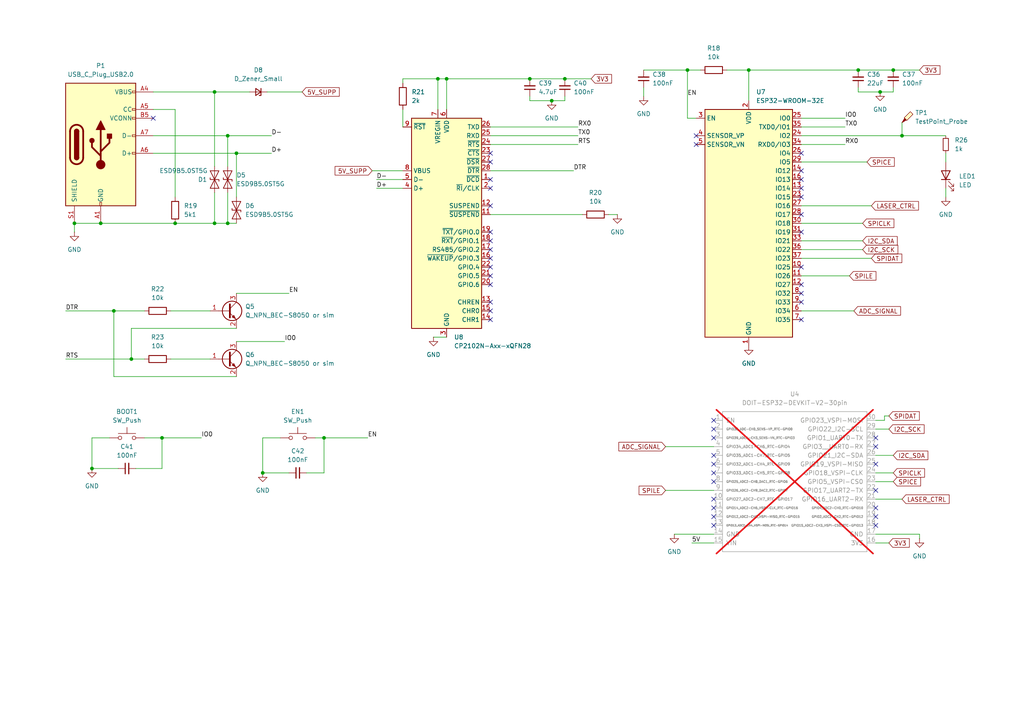
<source format=kicad_sch>
(kicad_sch (version 20250114) (generator "eeschema") (generator_version "9.0")
  (paper "A4")
  (title_block (title "ESP32 Microcontroller controller") (rev "0.2"))
  (lib_symbols
    (symbol "Connector:TestPoint_Probe" (pin_numbers (hide yes)) (pin_names (offset 0.762) (hide yes))
      (property "Reference" "TP" (at 1.651 5.842 0))
      (property "Value" "TestPoint_Probe" (at 1.651 4.064 0))
      (symbol "TestPoint_Probe_0_1"
        (polyline (pts (xy 1.27 0.762) (xy 0 0) (xy 0.762 1.27) (xy 1.27 0.762)) (fill (type outline)))
        (polyline (pts (xy 1.397 0.635) (xy 0.635 1.397) (xy 2.413 3.175) (xy 3.175 2.413) (xy 1.397 0.635)) (fill (type background)))
      )
      (symbol "TestPoint_Probe_1_1"
        (pin passive line (at 0 0 90) (length 0) (name "1") (number "1"))
      )
    )
    (symbol "Connector:USB_C_Plug_USB2.0" (pin_names (offset 1.016))
      (property "Reference" "P" (at -10.16 19.05 0))
      (property "Value" "USB_C_Plug_USB2.0" (at 12.7 19.05 0))
      (symbol "USB_C_Plug_USB2.0_0_0"
        (rectangle (start -0.254 -17.78) (end 0.254 -16.764))
        (rectangle (start 10.16 15.494) (end 9.144 14.986))
        (rectangle (start 10.16 10.414) (end 9.144 9.906))
        (rectangle (start 10.16 7.874) (end 9.144 7.366))
        (rectangle (start 10.16 2.794) (end 9.144 2.286))
        (rectangle (start 10.16 -2.286) (end 9.144 -2.794))
      )
      (symbol "USB_C_Plug_USB2.0_0_1"
        (rectangle (start -10.16 17.78) (end 10.16 -17.78) (stroke (width 0.254)) (fill (type background)))
        (polyline (pts (xy -8.89 -3.81) (xy -8.89 3.81)) (stroke (width 0.508)))
        (rectangle (start -7.62 -3.81) (end -6.35 3.81) (stroke (width 0.254)) (fill (type outline)))
        (arc (start -7.62 3.81) (mid -6.985 4.4423) (end -6.35 3.81) (stroke (width 0.254)))
        (arc (start -7.62 3.81) (mid -6.985 4.4423) (end -6.35 3.81) (stroke (width 0.254)) (fill (type outline)))
        (arc (start -8.89 3.81) (mid -6.985 5.7067) (end -5.08 3.81) (stroke (width 0.508)))
        (arc (start -5.08 -3.81) (mid -6.985 -5.7067) (end -8.89 -3.81) (stroke (width 0.508)))
        (arc (start -6.35 -3.81) (mid -6.985 -4.4423) (end -7.62 -3.81) (stroke (width 0.254)))
        (arc (start -6.35 -3.81) (mid -6.985 -4.4423) (end -7.62 -3.81) (stroke (width 0.254)) (fill (type outline)))
        (polyline (pts (xy -5.08 3.81) (xy -5.08 -3.81)) (stroke (width 0.508)))
        (circle (center -2.54 1.143) (radius 0.635) (stroke (width 0.254)) (fill (type outline)))
        (polyline (pts (xy -1.27 4.318) (xy 0 6.858) (xy 1.27 4.318) (xy -1.27 4.318)) (stroke (width 0.254)) (fill (type outline)))
        (polyline (pts (xy 0 -2.032) (xy 2.54 0.508) (xy 2.54 1.778)) (stroke (width 0.508)))
        (polyline (pts (xy 0 -3.302) (xy -2.54 -0.762) (xy -2.54 0.508)) (stroke (width 0.508)))
        (polyline (pts (xy 0 -5.842) (xy 0 4.318)) (stroke (width 0.508)))
        (circle (center 0 -5.842) (radius 1.27) (fill (type outline)))
        (rectangle (start 1.905 1.778) (end 3.175 3.048) (stroke (width 0.254)) (fill (type outline)))
      )
      (symbol "USB_C_Plug_USB2.0_1_1"
        (pin passive line (at -7.62 -22.86 90) (length 5.08) (name "SHIELD") (number "S1"))
        (pin passive line (at 0 -22.86 90) (length 5.08) (name "GND") (number "A1"))
        (pin passive line (at 0 -22.86 90) (length 5.08) (hide yes) (name "GND") (number "A12"))
        (pin passive line (at 0 -22.86 90) (length 5.08) (hide yes) (name "GND") (number "B1"))
        (pin passive line (at 0 -22.86 90) (length 5.08) (hide yes) (name "GND") (number "B12"))
        (pin passive line (at 15.24 15.24 180) (length 5.08) (name "VBUS") (number "A4"))
        (pin passive line (at 15.24 15.24 180) (length 5.08) (hide yes) (name "VBUS") (number "A9"))
        (pin passive line (at 15.24 15.24 180) (length 5.08) (hide yes) (name "VBUS") (number "B4"))
        (pin passive line (at 15.24 15.24 180) (length 5.08) (hide yes) (name "VBUS") (number "B9"))
        (pin bidirectional line (at 15.24 10.16 180) (length 5.08) (name "CC") (number "A5"))
        (pin bidirectional line (at 15.24 7.62 180) (length 5.08) (name "VCONN") (number "B5"))
        (pin bidirectional line (at 15.24 2.54 180) (length 5.08) (name "D-") (number "A7"))
        (pin bidirectional line (at 15.24 -2.54 180) (length 5.08) (name "D+") (number "A6"))
      )
    )
    (symbol "Device:C_Small" (pin_numbers (hide yes)) (pin_names (offset 0.254) (hide yes))
      (property "Reference" "C" (at 0.254 1.778 0))
      (property "Value" "C_Small" (at 0.254 -2.032 0))
      (symbol "C_Small_0_1"
        (polyline (pts (xy -1.524 0.508) (xy 1.524 0.508)) (stroke (width 0.3048)))
        (polyline (pts (xy -1.524 -0.508) (xy 1.524 -0.508)) (stroke (width 0.3302)))
      )
      (symbol "C_Small_1_1"
        (pin passive line (at 0 2.54 270) (length 2.032) (name "~") (number "1"))
        (pin passive line (at 0 -2.54 90) (length 2.032) (name "~") (number "2"))
      )
    )
    (symbol "Device:D_Zener_Small" (pin_numbers (hide yes)) (pin_names (offset 0.254) (hide yes))
      (property "Reference" "D" (at 0 2.286 0))
      (property "Value" "D_Zener_Small" (at 0 -2.286 0))
      (symbol "D_Zener_Small_0_1"
        (polyline (pts (xy -0.254 1.016) (xy -0.762 1.016) (xy -0.762 -1.016)) (stroke (width 0.254)))
        (polyline (pts (xy 0.762 1.016) (xy -0.762 0) (xy 0.762 -1.016) (xy 0.762 1.016)) (stroke (width 0.254)))
        (polyline (pts (xy 0.762 0) (xy -0.762 0)))
      )
      (symbol "D_Zener_Small_1_1"
        (pin passive line (at -2.54 0 0) (length 1.778) (name "K") (number "1"))
        (pin passive line (at 2.54 0 180) (length 1.778) (name "A") (number "2"))
      )
    )
    (symbol "Device:LED" (pin_numbers (hide yes)) (pin_names (offset 1.016) (hide yes))
      (property "Reference" "D" (at 0 2.54 0))
      (property "Value" "LED" (at 0 -2.54 0))
      (symbol "LED_0_1"
        (polyline (pts (xy -3.048 -0.762) (xy -4.572 -2.286) (xy -3.81 -2.286) (xy -4.572 -2.286) (xy -4.572 -1.524)))
        (polyline (pts (xy -1.778 -0.762) (xy -3.302 -2.286) (xy -2.54 -2.286) (xy -3.302 -2.286) (xy -3.302 -1.524)))
        (polyline (pts (xy -1.27 0) (xy 1.27 0)))
        (polyline (pts (xy -1.27 -1.27) (xy -1.27 1.27)) (stroke (width 0.254)))
        (polyline (pts (xy 1.27 -1.27) (xy 1.27 1.27) (xy -1.27 0) (xy 1.27 -1.27)) (stroke (width 0.254)))
      )
      (symbol "LED_1_1"
        (pin passive line (at -3.81 0 0) (length 2.54) (name "K") (number "1"))
        (pin passive line (at 3.81 0 180) (length 2.54) (name "A") (number "2"))
      )
    )
    (symbol "Device:R" (pin_numbers (hide yes)) (pin_names (offset 0))
      (property "Reference" "R" (at 2.032 0 90))
      (property "Value" "R" (at 0 0 90))
      (symbol "R_0_1"
        (rectangle (start -1.016 -2.54) (end 1.016 2.54) (stroke (width 0.254)))
      )
      (symbol "R_1_1"
        (pin passive line (at 0 3.81 270) (length 1.27) (name "~") (number "1"))
        (pin passive line (at 0 -3.81 90) (length 1.27) (name "~") (number "2"))
      )
    )
    (symbol "Device:R_Small" (pin_numbers (hide yes)) (pin_names (offset 0.254) (hide yes))
      (property "Reference" "R" (at 0.762 0.508 0))
      (property "Value" "R_Small" (at 0.762 -1.016 0))
      (symbol "R_Small_0_1"
        (rectangle (start -0.762 1.778) (end 0.762 -1.778) (stroke (width 0.2032)))
      )
      (symbol "R_Small_1_1"
        (pin passive line (at 0 2.54 270) (length 0.762) (name "~") (number "1"))
        (pin passive line (at 0 -2.54 90) (length 0.762) (name "~") (number "2"))
      )
    )
    (symbol "Diode:ESD9B5.0ST5G" (pin_numbers (hide yes)) (pin_names (offset 1.016) (hide yes))
      (property "Reference" "D" (at 0 2.54 0))
      (property "Value" "ESD9B5.0ST5G" (at 0 -2.54 0))
      (symbol "ESD9B5.0ST5G_0_1"
        (polyline (pts (xy -2.54 -1.27) (xy 0 0) (xy -2.54 1.27) (xy -2.54 -1.27)) (stroke (width 0.2032)))
        (polyline (pts (xy 0.508 1.27) (xy 0 1.27) (xy 0 -1.27) (xy -0.508 -1.27)) (stroke (width 0.2032)))
        (polyline (pts (xy 1.27 0) (xy -1.27 0)))
        (polyline (pts (xy 2.54 1.27) (xy 2.54 -1.27) (xy 0 0) (xy 2.54 1.27)) (stroke (width 0.2032)))
      )
      (symbol "ESD9B5.0ST5G_1_1"
        (pin passive line (at -3.81 0 0) (length 2.54) (name "A1") (number "1"))
        (pin passive line (at 3.81 0 180) (length 2.54) (name "A2") (number "2"))
      )
    )
    (symbol "ESP32-devkit:DOIT-ESP32-DEVKIT-V2-30pin" (pin_names (offset 1.016))
      (property "Reference" "U" (at -1.27 11.43 0))
      (property "Value" "DOIT-ESP32-DEVKIT-V2-30pin" (at 0 13.97 0))
      (symbol "DOIT-ESP32-DEVKIT-V2-30pin_0_1"
        (rectangle (start -21.59 10.16) (end 20.32 -30.48))
      )
      (symbol "DOIT-ESP32-DEVKIT-V2-30pin_1_1"
        (pin output line (at -24.13 7.62 0) (length 2.54) (name "EN") (number "1"))
        (pin bidirectional line (at -24.13 5.08 0) (length 2.54) (name "GPIO36_ADC-CH0_SENS-VP_RTC-GPIO0") (number "2"))
        (pin bidirectional line (at -24.13 2.54 0) (length 2.54) (name "GPIO39_ADC1-CH3_SENS-VN_RTC-GPIO3") (number "3"))
        (pin bidirectional line (at -24.13 0 0) (length 2.54) (name "GPIO34_ADC1-CH6_RTC-GPIO4") (number "4"))
        (pin bidirectional line (at -24.13 -2.54 0) (length 2.54) (name "GPIO35_ADC1-CH7_RTC-GPIO5") (number "5"))
        (pin bidirectional line (at -24.13 -5.08 0) (length 2.54) (name "GPIO32_ADC1-CH4_RTC-GPIO9") (number "6"))
        (pin bidirectional line (at -24.13 -7.62 0) (length 2.54) (name "GPIO33_ADC1-CH5_RTC-GPIO8") (number "7"))
        (pin bidirectional line (at -24.13 -10.16 0) (length 2.54) (name "GPIO25_ADC2-CH8_DAC1_RTC-GPIO6") (number "8"))
        (pin bidirectional line (at -24.13 -12.7 0) (length 2.54) (name "GPIO26_ADC2-CH9_DAC2_RTC-GPIO7") (number "9"))
        (pin bidirectional line (at -24.13 -15.24 0) (length 2.54) (name "GPIO27_ADC2-CH7_RTC-GPIO17") (number "10"))
        (pin bidirectional line (at -24.13 -17.78 0) (length 2.54) (name "GPIO14_ADC2-CH6_HSPI-CLK_RTC-GPIO16") (number "11"))
        (pin bidirectional line (at -24.13 -20.32 0) (length 2.54) (name "GPIO12_ADC2-CH5_HSPI-MISO_RTC-GPIO15") (number "12"))
        (pin bidirectional line (at -24.13 -22.86 0) (length 2.54) (name "GPIO13_ADC2-CH4_HSPI-MOSI_RTC-GPIO14") (number "13"))
        (pin bidirectional line (at -24.13 -25.4 0) (length 2.54) (name "GND") (number "14"))
        (pin bidirectional line (at -24.13 -27.94 0) (length 2.54) (name "VIN") (number "15"))
        (pin bidirectional line (at 22.86 7.62 180) (length 2.54) (name "GPIO23_VSPI-MOSI") (number "30"))
        (pin bidirectional line (at 22.86 5.08 180) (length 2.54) (name "GPIO22_I2C-SCL") (number "29"))
        (pin bidirectional line (at 22.86 2.54 180) (length 2.54) (name "GPIO1_UART0-TX") (number "28"))
        (pin bidirectional line (at 22.86 0 180) (length 2.54) (name "GPIO3__UART0-RX") (number "27"))
        (pin bidirectional line (at 22.86 -2.54 180) (length 2.54) (name "GPIO21_I2C-SDA") (number "26"))
        (pin bidirectional line (at 22.86 -5.08 180) (length 2.54) (name "GPIO19_VSPI-MISO") (number "25"))
        (pin bidirectional line (at 22.86 -7.62 180) (length 2.54) (name "GPIO18_VSPI-CLK") (number "24"))
        (pin bidirectional line (at 22.86 -10.16 180) (length 2.54) (name "GPIO5_VSPI-CS0") (number "23"))
        (pin bidirectional line (at 22.86 -12.7 180) (length 2.54) (name "GPIO17_UART2-TX") (number "22"))
        (pin bidirectional line (at 22.86 -15.24 180) (length 2.54) (name "GPIO16_UART2-RX") (number "21"))
        (pin bidirectional line (at 22.86 -17.78 180) (length 2.54) (name "GPIO4_ADC2-CH0_RTC-GPIO10") (number "20"))
        (pin bidirectional line (at 22.86 -20.32 180) (length 2.54) (name "GPIO2_ADC2-CH2_RTC-GPIO12") (number "19"))
        (pin bidirectional line (at 22.86 -22.86 180) (length 2.54) (name "GPIO15_ADC2-CH3_HSPI-CS0_RTC-GPIO13") (number "18"))
        (pin bidirectional line (at 22.86 -25.4 180) (length 2.54) (name "GND") (number "17"))
        (pin output line (at 22.86 -27.94 180) (length 2.54) (name "3V3") (number "16"))
      )
    )
    (symbol "Interface_USB:CP2102N-Axx-xQFN28"
      (property "Reference" "U" (at -8.89 31.75 0))
      (property "Value" "CP2102N-Axx-xQFN28" (at 12.7 31.75 0))
      (symbol "CP2102N-Axx-xQFN28_0_1"
        (rectangle (start -10.16 30.48) (end 10.16 -30.48) (stroke (width 0.254)) (fill (type background)))
      )
      (symbol "CP2102N-Axx-xQFN28_1_1"
        (pin input line (at -12.7 27.94 0) (length 2.54) (name "~{RST}") (number "9"))
        (pin input line (at -12.7 15.24 0) (length 2.54) (name "VBUS") (number "8"))
        (pin bidirectional line (at -12.7 12.7 0) (length 2.54) (name "D-") (number "5"))
        (pin bidirectional line (at -12.7 10.16 0) (length 2.54) (name "D+") (number "4"))
        (pin no_connect line (at -10.16 -27.94 0) (length 2.54) (hide yes) (name "NC") (number "10"))
        (pin power_in line (at -2.54 33.02 270) (length 2.54) (name "VREGIN") (number "7"))
        (pin power_in line (at 0 33.02 270) (length 2.54) (name "VDD") (number "6"))
        (pin passive line (at 0 -33.02 90) (length 2.54) (hide yes) (name "GND") (number "29"))
        (pin power_in line (at 0 -33.02 90) (length 2.54) (name "GND") (number "3"))
        (pin output line (at 12.7 27.94 180) (length 2.54) (name "TXD") (number "26"))
        (pin input line (at 12.7 25.4 180) (length 2.54) (name "RXD") (number "25"))
        (pin output line (at 12.7 22.86 180) (length 2.54) (name "~{RTS}") (number "24"))
        (pin input line (at 12.7 20.32 180) (length 2.54) (name "~{CTS}") (number "23"))
        (pin input line (at 12.7 17.78 180) (length 2.54) (name "~{DSR}") (number "27"))
        (pin output line (at 12.7 15.24 180) (length 2.54) (name "~{DTR}") (number "28"))
        (pin input line (at 12.7 12.7 180) (length 2.54) (name "~{DCD}") (number "1"))
        (pin bidirectional line (at 12.7 10.16 180) (length 2.54) (name "~{RI}/CLK") (number "2"))
        (pin output line (at 12.7 5.08 180) (length 2.54) (name "SUSPEND") (number "12"))
        (pin output line (at 12.7 2.54 180) (length 2.54) (name "~{SUSPEND}") (number "11"))
        (pin bidirectional line (at 12.7 -2.54 180) (length 2.54) (name "~{TXT}/GPIO.0") (number "19"))
        (pin bidirectional line (at 12.7 -5.08 180) (length 2.54) (name "~{RXT}/GPIO.1") (number "18"))
        (pin bidirectional line (at 12.7 -7.62 180) (length 2.54) (name "RS485/GPIO.2") (number "17"))
        (pin bidirectional line (at 12.7 -10.16 180) (length 2.54) (name "~{WAKEUP}/GPIO.3") (number "16"))
        (pin bidirectional line (at 12.7 -12.7 180) (length 2.54) (name "GPIO.4") (number "22"))
        (pin bidirectional line (at 12.7 -15.24 180) (length 2.54) (name "GPIO.5") (number "21"))
        (pin bidirectional line (at 12.7 -17.78 180) (length 2.54) (name "GPIO.6") (number "20"))
        (pin output line (at 12.7 -22.86 180) (length 2.54) (name "CHREN") (number "13"))
        (pin output line (at 12.7 -25.4 180) (length 2.54) (name "CHR0") (number "15"))
        (pin output line (at 12.7 -27.94 180) (length 2.54) (name "CHR1") (number "14"))
      )
    )
    (symbol "RF_Module:ESP32-WROOM-32E"
      (property "Reference" "U" (at -12.7 34.29 0))
      (property "Value" "ESP32-WROOM-32E" (at 1.27 34.29 0))
      (symbol "ESP32-WROOM-32E_0_1"
        (rectangle (start -12.7 33.02) (end 12.7 -33.02) (stroke (width 0.254)) (fill (type background)))
      )
      (symbol "ESP32-WROOM-32E_1_1"
        (pin input line (at -15.24 30.48 0) (length 2.54) (name "EN") (number "3"))
        (pin input line (at -15.24 25.4 0) (length 2.54) (name "SENSOR_VP") (number "4"))
        (pin input line (at -15.24 22.86 0) (length 2.54) (name "SENSOR_VN") (number "5"))
        (pin no_connect line (at -12.7 0 0) (length 2.54) (hide yes) (name "NC") (number "21"))
        (pin no_connect line (at -12.7 -2.54 0) (length 2.54) (hide yes) (name "NC") (number "22"))
        (pin no_connect line (at -12.7 -5.08 0) (length 2.54) (hide yes) (name "NC") (number "17"))
        (pin no_connect line (at -12.7 -7.62 0) (length 2.54) (hide yes) (name "NC") (number "18"))
        (pin no_connect line (at -12.7 -10.16 0) (length 2.54) (hide yes) (name "NC") (number "20"))
        (pin no_connect line (at -12.7 -12.7 0) (length 2.54) (hide yes) (name "NC") (number "19"))
        (pin no_connect line (at -12.7 -27.94 0) (length 2.54) (hide yes) (name "NC") (number "32"))
        (pin power_in line (at 0 35.56 270) (length 2.54) (name "VDD") (number "2"))
        (pin power_in line (at 0 -35.56 90) (length 2.54) (name "GND") (number "1"))
        (pin passive line (at 0 -35.56 90) (length 2.54) (hide yes) (name "GND") (number "15"))
        (pin passive line (at 0 -35.56 90) (length 2.54) (hide yes) (name "GND") (number "38"))
        (pin passive line (at 0 -35.56 90) (length 2.54) (hide yes) (name "GND") (number "39"))
        (pin bidirectional line (at 15.24 30.48 180) (length 2.54) (name "IO0") (number "25"))
        (pin bidirectional line (at 15.24 27.94 180) (length 2.54) (name "TXD0/IO1") (number "35"))
        (pin bidirectional line (at 15.24 25.4 180) (length 2.54) (name "IO2") (number "24"))
        (pin bidirectional line (at 15.24 22.86 180) (length 2.54) (name "RXD0/IO3") (number "34"))
        (pin bidirectional line (at 15.24 20.32 180) (length 2.54) (name "IO4") (number "26"))
        (pin bidirectional line (at 15.24 17.78 180) (length 2.54) (name "IO5") (number "29"))
        (pin bidirectional line (at 15.24 15.24 180) (length 2.54) (name "IO12") (number "14"))
        (pin bidirectional line (at 15.24 12.7 180) (length 2.54) (name "IO13") (number "16"))
        (pin bidirectional line (at 15.24 10.16 180) (length 2.54) (name "IO14") (number "13"))
        (pin bidirectional line (at 15.24 7.62 180) (length 2.54) (name "IO15") (number "23"))
        (pin bidirectional line (at 15.24 5.08 180) (length 2.54) (name "IO16") (number "27"))
        (pin bidirectional line (at 15.24 2.54 180) (length 2.54) (name "IO17") (number "28"))
        (pin bidirectional line (at 15.24 0 180) (length 2.54) (name "IO18") (number "30"))
        (pin bidirectional line (at 15.24 -2.54 180) (length 2.54) (name "IO19") (number "31"))
        (pin bidirectional line (at 15.24 -5.08 180) (length 2.54) (name "IO21") (number "33"))
        (pin bidirectional line (at 15.24 -7.62 180) (length 2.54) (name "IO22") (number "36"))
        (pin bidirectional line (at 15.24 -10.16 180) (length 2.54) (name "IO23") (number "37"))
        (pin bidirectional line (at 15.24 -12.7 180) (length 2.54) (name "IO25") (number "10"))
        (pin bidirectional line (at 15.24 -15.24 180) (length 2.54) (name "IO26") (number "11"))
        (pin bidirectional line (at 15.24 -17.78 180) (length 2.54) (name "IO27") (number "12"))
        (pin bidirectional line (at 15.24 -20.32 180) (length 2.54) (name "IO32") (number "8"))
        (pin bidirectional line (at 15.24 -22.86 180) (length 2.54) (name "IO33") (number "9"))
        (pin input line (at 15.24 -25.4 180) (length 2.54) (name "IO34") (number "6"))
        (pin input line (at 15.24 -27.94 180) (length 2.54) (name "IO35") (number "7"))
      )
    )
    (symbol "Switch:SW_Push" (pin_numbers (hide yes)) (pin_names (offset 1.016) (hide yes))
      (property "Reference" "SW" (at 1.27 2.54 0))
      (property "Value" "SW_Push" (at 0 -1.524 0))
      (symbol "SW_Push_0_1"
        (circle (center -2.032 0) (radius 0.508))
        (polyline (pts (xy 0 1.27) (xy 0 3.048)))
        (circle (center 2.032 0) (radius 0.508))
        (polyline (pts (xy 2.54 1.27) (xy -2.54 1.27)))
        (pin passive line (at -5.08 0 0) (length 2.54) (name "1") (number "1"))
        (pin passive line (at 5.08 0 180) (length 2.54) (name "2") (number "2"))
      )
    )
    (symbol "Transistor_BJT:Q_NPN_BEC" (pin_names (offset 0) (hide yes))
      (property "Reference" "Q" (at 5.08 1.27 0))
      (property "Value" "Q_NPN_BEC" (at 5.08 -1.27 0))
      (symbol "Q_NPN_BEC_0_1"
        (polyline (pts (xy -2.54 0) (xy 0.635 0)))
        (polyline (pts (xy 0.635 1.905) (xy 0.635 -1.905)) (stroke (width 0.508)))
        (circle (center 1.27 0) (radius 2.8194) (stroke (width 0.254)))
      )
      (symbol "Q_NPN_BEC_1_1"
        (polyline (pts (xy 0.635 0.635) (xy 2.54 2.54)))
        (polyline (pts (xy 0.635 -0.635) (xy 2.54 -2.54)))
        (polyline (pts (xy 1.27 -1.778) (xy 1.778 -1.27) (xy 2.286 -2.286) (xy 1.27 -1.778)) (fill (type outline)))
        (pin input line (at -5.08 0 0) (length 2.54) (name "B") (number "1"))
        (pin passive line (at 2.54 5.08 270) (length 2.54) (name "C") (number "3"))
        (pin passive line (at 2.54 -5.08 90) (length 2.54) (name "E") (number "2"))
      )
    )
    (symbol "power:GND" (power) (pin_numbers (hide yes)) (pin_names (offset 0) (hide yes))
      (property "Value" "GND" (at 0 -3.81 0))
      (symbol "GND_0_1"
        (polyline (pts (xy 0 0) (xy 0 -1.27) (xy 1.27 -1.27) (xy 0 -2.54) (xy -1.27 -1.27) (xy 0 -1.27)))
      )
      (symbol "GND_1_1"
        (pin power_in line (at 0 0 270) (length 0) (name "~") (number "1"))
      )
    )
  )
  (junction (at 163.83 22.86))
  (junction (at 160.02 29.21))
  (junction (at 127 22.86))
  (junction (at 50.8 64.77))
  (junction (at 259.08 20.32))
  (junction (at 21.59 64.77))
  (junction (at 248.92 20.32))
  (junction (at 29.21 64.77))
  (junction (at 93.98 127))
  (junction (at 255.27 26.67))
  (junction (at 129.54 22.86))
  (junction (at 38.1 104.14))
  (junction (at 261.62 39.37))
  (junction (at 66.04 64.77))
  (junction (at 62.23 26.67))
  (junction (at 217.17 20.32))
  (junction (at 33.02 90.17))
  (junction (at 153.67 22.86))
  (junction (at 68.58 44.45))
  (junction (at 46.99 127))
  (junction (at 62.23 64.77))
  (junction (at 26.67 135.89))
  (junction (at 66.04 39.37))
  (junction (at 199.39 20.32))
  (junction (at 76.2 137.16))
  (no_connect (at 44.45 34.29))
  (no_connect (at 142.24 92.71))
  (no_connect (at 232.41 57.15))
  (no_connect (at 254 147.32))
  (no_connect (at 232.41 67.31))
  (no_connect (at 207.01 132.08))
  (no_connect (at 232.41 77.47))
  (no_connect (at 232.41 54.61))
  (no_connect (at 207.01 139.7))
  (no_connect (at 142.24 72.39))
  (no_connect (at 232.41 52.07))
  (no_connect (at 232.41 49.53))
  (no_connect (at 201.93 39.37))
  (no_connect (at 142.24 67.31))
  (no_connect (at 142.24 74.93))
  (no_connect (at 207.01 149.86))
  (no_connect (at 142.24 77.47))
  (no_connect (at 207.01 152.4))
  (no_connect (at 232.41 44.45))
  (no_connect (at 232.41 92.71))
  (no_connect (at 207.01 121.92))
  (no_connect (at 142.24 54.61))
  (no_connect (at 142.24 87.63))
  (no_connect (at 142.24 52.07))
  (no_connect (at 142.24 44.45))
  (no_connect (at 142.24 69.85))
  (no_connect (at 207.01 134.62))
  (no_connect (at 142.24 80.01))
  (no_connect (at 232.41 85.09))
  (no_connect (at 207.01 144.78))
  (no_connect (at 254 142.24))
  (no_connect (at 232.41 62.23))
  (no_connect (at 254 152.4))
  (no_connect (at 254 134.62))
  (no_connect (at 254 149.86))
  (no_connect (at 207.01 137.16))
  (no_connect (at 207.01 147.32))
  (no_connect (at 232.41 82.55))
  (no_connect (at 142.24 59.69))
  (no_connect (at 254 127))
  (no_connect (at 201.93 41.91))
  (no_connect (at 142.24 82.55))
  (no_connect (at 254 129.54))
  (no_connect (at 207.01 124.46))
  (no_connect (at 142.24 46.99))
  (no_connect (at 142.24 90.17))
  (no_connect (at 207.01 127))
  (no_connect (at 232.41 87.63))
  (wire (pts (xy 195.58 154.94) (xy 207.01 154.94)))
  (wire (pts (xy 232.41 74.93) (xy 252.73 74.93)))
  (wire (pts (xy 44.45 26.67) (xy 62.23 26.67)))
  (wire (pts (xy 68.58 44.45) (xy 78.74 44.45)))
  (wire (pts (xy 68.58 64.77) (xy 66.04 64.77)))
  (wire (pts (xy 26.67 135.89) (xy 34.29 135.89)))
  (wire (pts (xy 167.64 39.37) (xy 142.24 39.37)))
  (wire (pts (xy 186.69 20.32) (xy 199.39 20.32)))
  (wire (pts (xy 77.47 26.67) (xy 87.63 26.67)))
  (wire (pts (xy 44.45 39.37) (xy 66.04 39.37)))
  (wire (pts (xy 232.41 59.69) (xy 252.73 59.69)))
  (wire (pts (xy 116.84 24.13) (xy 116.84 22.86)))
  (wire (pts (xy 193.04 142.24) (xy 207.01 142.24)))
  (wire (pts (xy 38.1 95.25) (xy 38.1 104.14)))
  (wire (pts (xy 19.05 90.17) (xy 33.02 90.17)))
  (wire (pts (xy 200.66 157.48) (xy 207.01 157.48)))
  (wire (pts (xy 259.08 26.67) (xy 255.27 26.67)))
  (wire (pts (xy 142.24 49.53) (xy 166.37 49.53)))
  (wire (pts (xy 81.28 127) (xy 76.2 127)))
  (wire (pts (xy 259.08 20.32) (xy 266.7 20.32)))
  (wire (pts (xy 167.64 36.83) (xy 142.24 36.83)))
  (wire (pts (xy 232.41 34.29) (xy 245.11 34.29)))
  (wire (pts (xy 93.98 137.16) (xy 93.98 127)))
  (wire (pts (xy 232.41 72.39) (xy 250.19 72.39)))
  (wire (pts (xy 33.02 109.22) (xy 33.02 90.17)))
  (wire (pts (xy 62.23 26.67) (xy 62.23 48.26)))
  (wire (pts (xy 66.04 39.37) (xy 78.74 39.37)))
  (wire (pts (xy 49.53 90.17) (xy 60.96 90.17)))
  (wire (pts (xy 163.83 29.21) (xy 160.02 29.21)))
  (wire (pts (xy 19.05 104.14) (xy 38.1 104.14)))
  (wire (pts (xy 232.41 64.77) (xy 250.19 64.77)))
  (wire (pts (xy 254 124.46) (xy 257.81 124.46)))
  (wire (pts (xy 254 139.7) (xy 259.08 139.7)))
  (wire (pts (xy 91.44 127) (xy 93.98 127)))
  (wire (pts (xy 125.73 97.79) (xy 129.54 97.79)))
  (wire (pts (xy 50.8 64.77) (xy 62.23 64.77)))
  (wire (pts (xy 261.62 39.37) (xy 274.32 39.37)))
  (wire (pts (xy 68.58 99.06) (xy 82.55 99.06)))
  (wire (pts (xy 116.84 22.86) (xy 127 22.86)))
  (wire (pts (xy 50.8 31.75) (xy 50.8 57.15)))
  (wire (pts (xy 129.54 22.86) (xy 153.67 22.86)))
  (wire (pts (xy 76.2 127) (xy 76.2 137.16)))
  (wire (pts (xy 109.22 52.07) (xy 116.84 52.07)))
  (wire (pts (xy 66.04 39.37) (xy 66.04 48.26)))
  (wire (pts (xy 274.32 54.61) (xy 274.32 57.15)))
  (wire (pts (xy 163.83 22.86) (xy 171.45 22.86)))
  (wire (pts (xy 142.24 62.23) (xy 168.91 62.23)))
  (wire (pts (xy 153.67 27.94) (xy 153.67 29.21)))
  (wire (pts (xy 232.41 41.91) (xy 245.11 41.91)))
  (wire (pts (xy 217.17 20.32) (xy 248.92 20.32)))
  (wire (pts (xy 29.21 64.77) (xy 50.8 64.77)))
  (wire (pts (xy 254 144.78) (xy 261.62 144.78)))
  (wire (pts (xy 232.41 36.83) (xy 245.11 36.83)))
  (wire (pts (xy 254 137.16) (xy 259.08 137.16)))
  (wire (pts (xy 160.02 29.21) (xy 153.67 29.21)))
  (wire (pts (xy 49.53 104.14) (xy 60.96 104.14)))
  (wire (pts (xy 31.75 127) (xy 26.67 127)))
  (wire (pts (xy 261.62 35.56) (xy 261.62 39.37)))
  (wire (pts (xy 33.02 90.17) (xy 41.91 90.17)))
  (wire (pts (xy 256.54 121.92) (xy 254 121.92)))
  (wire (pts (xy 199.39 20.32) (xy 199.39 34.29)))
  (wire (pts (xy 254 154.94) (xy 266.7 154.94)))
  (wire (pts (xy 46.99 127) (xy 46.99 135.89)))
  (wire (pts (xy 127 22.86) (xy 127 31.75)))
  (wire (pts (xy 217.17 29.21) (xy 217.17 20.32)))
  (wire (pts (xy 68.58 95.25) (xy 38.1 95.25)))
  (wire (pts (xy 107.95 49.53) (xy 116.84 49.53)))
  (wire (pts (xy 232.41 46.99) (xy 251.46 46.99)))
  (wire (pts (xy 248.92 20.32) (xy 259.08 20.32)))
  (wire (pts (xy 88.9 137.16) (xy 93.98 137.16)))
  (wire (pts (xy 41.91 127) (xy 46.99 127)))
  (wire (pts (xy 232.41 69.85) (xy 250.19 69.85)))
  (wire (pts (xy 210.82 20.32) (xy 217.17 20.32)))
  (wire (pts (xy 186.69 25.4) (xy 186.69 27.94)))
  (wire (pts (xy 259.08 25.4) (xy 259.08 26.67)))
  (wire (pts (xy 256.54 120.65) (xy 256.54 121.92)))
  (wire (pts (xy 232.41 80.01) (xy 246.38 80.01)))
  (wire (pts (xy 44.45 44.45) (xy 68.58 44.45)))
  (wire (pts (xy 44.45 31.75) (xy 50.8 31.75)))
  (wire (pts (xy 46.99 127) (xy 58.42 127)))
  (wire (pts (xy 153.67 22.86) (xy 163.83 22.86)))
  (wire (pts (xy 21.59 64.77) (xy 21.59 67.31)))
  (wire (pts (xy 68.58 44.45) (xy 68.58 57.15)))
  (wire (pts (xy 93.98 127) (xy 106.68 127)))
  (wire (pts (xy 26.67 127) (xy 26.67 135.89)))
  (wire (pts (xy 21.59 64.77) (xy 29.21 64.77)))
  (wire (pts (xy 199.39 34.29) (xy 201.93 34.29)))
  (wire (pts (xy 68.58 109.22) (xy 33.02 109.22)))
  (wire (pts (xy 256.54 120.65) (xy 257.81 120.65)))
  (wire (pts (xy 62.23 55.88) (xy 62.23 64.77)))
  (wire (pts (xy 248.92 25.4) (xy 248.92 26.67)))
  (wire (pts (xy 76.2 137.16) (xy 83.82 137.16)))
  (wire (pts (xy 66.04 55.88) (xy 66.04 64.77)))
  (wire (pts (xy 199.39 20.32) (xy 203.2 20.32)))
  (wire (pts (xy 232.41 90.17) (xy 247.65 90.17)))
  (wire (pts (xy 62.23 64.77) (xy 66.04 64.77)))
  (wire (pts (xy 142.24 41.91) (xy 167.64 41.91)))
  (wire (pts (xy 255.27 26.67) (xy 248.92 26.67)))
  (wire (pts (xy 254 157.48) (xy 257.81 157.48)))
  (wire (pts (xy 266.7 154.94) (xy 266.7 156.21)))
  (wire (pts (xy 163.83 27.94) (xy 163.83 29.21)))
  (wire (pts (xy 176.53 62.23) (xy 179.07 62.23)))
  (wire (pts (xy 62.23 26.67) (xy 72.39 26.67)))
  (wire (pts (xy 232.41 39.37) (xy 261.62 39.37)))
  (wire (pts (xy 129.54 22.86) (xy 129.54 31.75)))
  (wire (pts (xy 193.04 129.54) (xy 207.01 129.54)))
  (wire (pts (xy 274.32 44.45) (xy 274.32 46.99)))
  (wire (pts (xy 116.84 54.61) (xy 109.22 54.61)))
  (wire (pts (xy 116.84 31.75) (xy 116.84 36.83)))
  (wire (pts (xy 127 22.86) (xy 129.54 22.86)))
  (wire (pts (xy 254 132.08) (xy 259.08 132.08)))
  (wire (pts (xy 39.37 135.89) (xy 46.99 135.89)))
  (wire (pts (xy 68.58 85.09) (xy 83.82 85.09)))
  (wire (pts (xy 38.1 104.14) (xy 41.91 104.14)))
  (label "5V" (at 200.66 157.48 0))
  (label "EN" (at 83.82 85.09 0))
  (label "D-" (at 78.74 39.37 0))
  (label "D+" (at 78.74 44.45 0))
  (label "RX0" (at 245.11 41.91 0))
  (label "RTS" (at 167.64 41.91 0))
  (label "IO0" (at 58.42 127 0))
  (label "TX0" (at 245.11 36.83 0))
  (label "TX0" (at 167.64 39.37 0))
  (label "RX0" (at 167.64 36.83 0))
  (label "RTS" (at 19.05 104.14 0))
  (label "EN" (at 106.68 127 0))
  (label "D-" (at 109.22 52.07 0))
  (label "IO0" (at 82.55 99.06 0))
  (label "DTR" (at 166.37 49.53 0))
  (label "IO0" (at 245.11 34.29 0))
  (label "EN" (at 199.39 27.94 0))
  (label "D+" (at 109.22 54.61 0))
  (label "DTR" (at 19.05 90.17 0))
  (global_label "ADC_SIGNAL" (shape input) (at 193.04 129.54 180) (property "Intersheetrefs" "${INTERSHEET_REFS}" (effects (hide yes))))
  (global_label "SPICLK" (shape input) (at 259.08 137.16 0) (property "Intersheetrefs" "${INTERSHEET_REFS}" (effects (hide yes))))
  (global_label "5V_SUPP" (shape input) (at 87.63 26.67 0) (property "Intersheetrefs" "${INTERSHEET_REFS}" (effects (hide yes))))
  (global_label "I2C_SDA" (shape input) (at 259.08 132.08 0) (property "Intersheetrefs" "${INTERSHEET_REFS}" (effects (hide yes))))
  (global_label "SPIDAT" (shape input) (at 252.73 74.93 0) (property "Intersheetrefs" "${INTERSHEET_REFS}" (effects (hide yes))))
  (global_label "SPILE" (shape input) (at 193.04 142.24 180) (property "Intersheetrefs" "${INTERSHEET_REFS}" (effects (hide yes))))
  (global_label "I2C_SDA" (shape input) (at 250.19 69.85 0) (property "Intersheetrefs" "${INTERSHEET_REFS}" (effects (hide yes))))
  (global_label "3V3" (shape input) (at 266.7 20.32 0) (property "Intersheetrefs" "${INTERSHEET_REFS}" (effects (hide yes))))
  (global_label "I2C_SCK" (shape input) (at 257.81 124.46 0) (property "Intersheetrefs" "${INTERSHEET_REFS}" (effects (hide yes))))
  (global_label "SPILE" (shape input) (at 246.38 80.01 0) (property "Intersheetrefs" "${INTERSHEET_REFS}" (effects (hide yes))))
  (global_label "SPIDAT" (shape input) (at 257.81 120.65 0) (property "Intersheetrefs" "${INTERSHEET_REFS}" (effects (hide yes))))
  (global_label "3V3" (shape input) (at 257.81 157.48 0) (property "Intersheetrefs" "${INTERSHEET_REFS}" (effects (hide yes))))
  (global_label "I2C_SCK" (shape input) (at 250.19 72.39 0) (property "Intersheetrefs" "${INTERSHEET_REFS}" (effects (hide yes))))
  (global_label "3V3" (shape input) (at 171.45 22.86 0) (property "Intersheetrefs" "${INTERSHEET_REFS}" (effects (hide yes))))
  (global_label "ADC_SIGNAL" (shape input) (at 247.65 90.17 0) (property "Intersheetrefs" "${INTERSHEET_REFS}" (effects (hide yes))))
  (global_label "LASER_CTRL" (shape input) (at 261.62 144.78 0) (property "Intersheetrefs" "${INTERSHEET_REFS}" (effects (hide yes))))
  (global_label "SPICE" (shape input) (at 251.46 46.99 0) (property "Intersheetrefs" "${INTERSHEET_REFS}" (effects (hide yes))))
  (global_label "LASER_CTRL" (shape input) (at 252.73 59.69 0) (property "Intersheetrefs" "${INTERSHEET_REFS}" (effects (hide yes))))
  (global_label "SPICLK" (shape input) (at 250.19 64.77 0) (property "Intersheetrefs" "${INTERSHEET_REFS}" (effects (hide yes))))
  (global_label "5V_SUPP" (shape input) (at 107.95 49.53 180) (property "Intersheetrefs" "${INTERSHEET_REFS}" (effects (hide yes))))
  (global_label "SPICE" (shape input) (at 259.08 139.7 0) (property "Intersheetrefs" "${INTERSHEET_REFS}" (effects (hide yes))))
  (symbol (lib_id "power:GND") (at 195.58 154.94 0) (unit 1)
    (property "Reference" "#PWR034" (effects (hide yes)))
    (property "Value" "GND" (at 195.58 160.02 0))
    (property "Description" "Power symbol creates a global label with name \"GND\" , ground" (effects (hide yes)))
  )
  (symbol (lib_id "Device:R") (at 207.01 20.32 90) (unit 1)
    (property "Reference" "R18" (at 207.01 13.97 90))
    (property "Value" "10k" (at 207.01 16.51 90))
    (property "Footprint" "Resistor_SMD:R_0603_1608Metric_Pad0.98x0.95mm_HandSolder" (effects (hide yes)))
    (property "Description" "Resistor" (effects (hide yes)))
  )
  (symbol (lib_id "Connector:USB_C_Plug_USB2.0") (at 29.21 41.91 0) (unit 1)
    (property "Reference" "P1" (at 29.21 19.05 0))
    (property "Value" "USB_C_Plug_USB2.0" (at 29.21 21.59 0))
    (property "Footprint" "Connector_USB:USB_C_Receptacle_HCTL_HC-TYPE-C-16P-01A" (effects (hide yes)))
    (property "Datasheet" "https://www.usb.org/sites/default/files/documents/usb_type-c.zip" (effects (hide yes)))
    (property "Description" "USB 2.0-only Type-C Plug connector" (effects (hide yes)))
  )
  (symbol (lib_id "Device:R") (at 50.8 60.96 180) (unit 1)
    (property "Reference" "R19" (at 53.34 59.6899 0) (effects (justify right)))
    (property "Value" "5k1" (at 53.34 62.2299 0) (effects (justify right)))
    (property "Footprint" "Resistor_SMD:R_0603_1608Metric_Pad0.98x0.95mm_HandSolder" (effects (hide yes)))
    (property "Description" "Resistor" (effects (hide yes)))
  )
  (symbol (lib_id "power:GND") (at 186.69 27.94 0) (mirror y) (unit 1)
    (property "Reference" "#PWR044" (effects (hide yes)))
    (property "Value" "GND" (at 186.69 33.02 0))
    (property "Description" "Power symbol creates a global label with name \"GND\" , ground" (effects (hide yes)))
  )
  (symbol (lib_id "power:GND") (at 217.17 100.33 0) (unit 1)
    (property "Reference" "#PWR042" (effects (hide yes)))
    (property "Value" "GND" (at 217.17 105.41 0))
    (property "Description" "Power symbol creates a global label with name \"GND\" , ground" (effects (hide yes)))
  )
  (symbol (lib_id "Transistor_BJT:Q_NPN_BEC") (at 66.04 90.17 0) (unit 1)
    (property "Reference" "Q5" (at 71.12 88.8999 0) (effects (justify left)))
    (property "Value" "Q_NPN_BEC-S8050 or sim" (at 71.12 91.4399 0) (effects (justify left)))
    (property "Footprint" "Package_TO_SOT_SMD:SOT-23-3" (effects (hide yes)))
    (property "Description" "NPN transistor, base/emitter/collector" (effects (hide yes)))
  )
  (symbol (lib_id "power:GND") (at 179.07 62.23 0) (mirror y) (unit 1)
    (property "Reference" "#PWR048" (effects (hide yes)))
    (property "Value" "GND" (at 179.07 67.31 0))
    (property "Description" "Power symbol creates a global label with name \"GND\" , ground" (effects (hide yes)))
  )
  (symbol (lib_id "RF_Module:ESP32-WROOM-32E") (at 217.17 64.77 0) (unit 1)
    (property "Reference" "U7" (at 219.3133 26.67 0) (effects (justify left)))
    (property "Value" "ESP32-WROOM-32E" (at 219.3133 29.21 0) (effects (justify left)))
    (property "Footprint" "RF_Module:ESP32-WROOM-32E" (effects (hide yes)))
    (property "Datasheet" "https://www.espressif.com/sites/default/files/documentation/esp32-wroom-32e_esp32-wroom-32ue_datasheet_en.pdf" (effects (hide yes)))
    (property "Description" "RF Module, ESP32-D0WD-V3 SoC, without PSRAM, Wi-Fi 802.11b/g/n, Bluetooth, BLE, 32-bit, 2.7-3.6V, onboard antenna, SMD" (effects (hide yes)))
  )
  (symbol (lib_id "Device:R") (at 45.72 90.17 90) (unit 1)
    (property "Reference" "R22" (at 45.72 83.82 90))
    (property "Value" "10k" (at 45.72 86.36 90))
    (property "Footprint" "Resistor_SMD:R_0603_1608Metric_Pad0.98x0.95mm_HandSolder" (effects (hide yes)))
    (property "Description" "Resistor" (effects (hide yes)))
  )
  (symbol (lib_id "Device:C_Small") (at 36.83 135.89 90) (unit 1)
    (property "Reference" "C41" (at 36.8363 129.54 90))
    (property "Value" "100nF" (at 36.8363 132.08 90))
    (property "Footprint" "Capacitor_SMD:C_0603_1608Metric" (effects (hide yes)))
    (property "Description" "Unpolarized capacitor, small symbol" (effects (hide yes)))
  )
  (symbol (lib_id "Switch:SW_Push") (at 36.83 127 0) (unit 1)
    (property "Reference" "BOOT1" (at 36.83 119.38 0))
    (property "Value" "SW_Push" (at 36.83 121.92 0))
    (property "Footprint" "Button_Switch_SMD:SW_Push_1P1T_XKB_TS-1187A" (effects (hide yes)))
    (property "Description" "Push button switch, generic, two pins" (effects (hide yes)))
  )
  (symbol (lib_id "Diode:ESD9B5.0ST5G") (at 68.58 60.96 90) (unit 1)
    (property "Reference" "D6" (at 71.12 59.6899 90) (effects (justify right)))
    (property "Value" "ESD9B5.0ST5G" (at 71.12 62.2299 90) (effects (justify right)))
    (property "Footprint" "Diode_SMD:ST_QFN-2L_1.6x1.0mm" (effects (hide yes)))
    (property "Datasheet" "https://www.onsemi.com/pub/Collateral/ESD9B-D.PDF" (effects (hide yes)))
    (property "Description" "ESD protection diode, 5.0Vrwm, SOD-923" (effects (hide yes)))
  )
  (symbol (lib_id "power:GND") (at 266.7 156.21 0) (unit 1)
    (property "Reference" "#PWR038" (effects (hide yes)))
    (property "Value" "GND" (at 266.7 161.29 0))
    (property "Description" "Power symbol creates a global label with name \"GND\" , ground" (effects (hide yes)))
  )
  (symbol (lib_id "power:GND") (at 26.67 135.89 0) (mirror y) (unit 1)
    (property "Reference" "#PWR050" (effects (hide yes)))
    (property "Value" "GND" (at 26.67 140.97 0))
    (property "Description" "Power symbol creates a global label with name \"GND\" , ground" (effects (hide yes)))
  )
  (symbol (lib_id "Device:R") (at 45.72 104.14 90) (unit 1)
    (property "Reference" "R23" (at 45.72 97.79 90))
    (property "Value" "10k" (at 45.72 100.33 90))
    (property "Footprint" "Resistor_SMD:R_0603_1608Metric_Pad0.98x0.95mm_HandSolder" (effects (hide yes)))
    (property "Description" "Resistor" (effects (hide yes)))
  )
  (symbol (lib_id "Transistor_BJT:Q_NPN_BEC") (at 66.04 104.14 0) (unit 1)
    (property "Reference" "Q6" (at 71.12 102.8699 0) (effects (justify left)))
    (property "Value" "Q_NPN_BEC-S8050 or sim" (at 71.12 105.4099 0) (effects (justify left)))
    (property "Footprint" "Package_TO_SOT_SMD:SOT-23-3" (effects (hide yes)))
    (property "Description" "NPN transistor, base/emitter/collector" (effects (hide yes)))
  )
  (symbol (lib_id "Device:C_Small") (at 259.08 22.86 180) (unit 1)
    (property "Reference" "C37" (at 261.62 21.5835 0) (effects (justify right)))
    (property "Value" "100nF" (at 261.62 24.1235 0) (effects (justify right)))
    (property "Footprint" "Capacitor_SMD:C_0603_1608Metric" (effects (hide yes)))
    (property "Description" "Unpolarized capacitor, small symbol" (effects (hide yes)))
  )
  (symbol (lib_id "Device:C_Small") (at 163.83 25.4 180) (unit 1)
    (property "Reference" "C40" (at 166.37 24.1235 0) (effects (justify right)))
    (property "Value" "100nF" (at 166.37 26.6635 0) (effects (justify right)))
    (property "Footprint" "Capacitor_SMD:C_0603_1608Metric" (effects (hide yes)))
    (property "Description" "Unpolarized capacitor, small symbol" (effects (hide yes)))
  )
  (symbol (lib_id "Diode:ESD9B5.0ST5G") (at 66.04 52.07 90) (unit 1)
    (property "Reference" "D5" (at 68.58 50.7999 90) (effects (justify right)))
    (property "Value" "ESD9B5.0ST5G" (at 68.58 53.3399 90) (effects (justify right)))
    (property "Footprint" "Diode_SMD:ST_QFN-2L_1.6x1.0mm" (effects (hide yes)))
    (property "Datasheet" "https://www.onsemi.com/pub/Collateral/ESD9B-D.PDF" (effects (hide yes)))
    (property "Description" "ESD protection diode, 5.0Vrwm, SOD-923" (effects (hide yes)))
  )
  (symbol (lib_id "Connector:TestPoint_Probe") (at 261.62 35.56 0) (unit 1)
    (property "Reference" "TP1" (at 265.43 32.7024 0) (effects (justify left)))
    (property "Value" "TestPoint_Probe" (at 265.43 35.2424 0) (effects (justify left)))
    (property "Footprint" "TestPoint:TestPoint_THTPad_D2.5mm_Drill1.2mm" (effects (hide yes)))
    (property "Description" "test point (alternative probe-style design)" (effects (hide yes)))
  )
  (symbol (lib_id "Device:R_Small") (at 274.32 41.91 180) (unit 1)
    (property "Reference" "R26" (at 276.86 40.6399 0) (effects (justify right)))
    (property "Value" "1k" (at 276.86 43.1799 0) (effects (justify right)))
    (property "Footprint" "Resistor_SMD:R_0603_1608Metric" (effects (hide yes)))
    (property "Description" "Resistor, small symbol" (effects (hide yes)))
  )
  (symbol (lib_id "Device:LED") (at 274.32 50.8 90) (unit 1)
    (property "Reference" "LED1" (at 278.13 51.1174 90) (effects (justify right)))
    (property "Value" "LED" (at 278.13 53.6574 90) (effects (justify right)))
    (property "Footprint" "Diode_SMD:D_0603_1608Metric" (effects (hide yes)))
    (property "Description" "Light emitting diode" (effects (hide yes)))
  )
  (symbol (lib_id "Device:D_Zener_Small") (at 74.93 26.67 180) (unit 1)
    (property "Reference" "D8" (at 74.93 20.32 0))
    (property "Value" "D_Zener_Small" (at 74.93 22.86 0))
    (property "Footprint" "Diode_SMD:D_SOD-123F" (effects (hide yes)))
    (property "Description" "Zener diode, small symbol" (effects (hide yes)))
  )
  (symbol (lib_id "power:GND") (at 274.32 57.15 0) (unit 1)
    (property "Reference" "#PWR054" (effects (hide yes)))
    (property "Value" "GND" (at 274.32 62.23 0))
    (property "Description" "Power symbol creates a global label with name \"GND\" , ground" (effects (hide yes)))
  )
  (symbol (lib_id "power:GND") (at 125.73 97.79 0) (mirror y) (unit 1)
    (property "Reference" "#PWR046" (effects (hide yes)))
    (property "Value" "GND" (at 125.73 102.87 0))
    (property "Description" "Power symbol creates a global label with name \"GND\" , ground" (effects (hide yes)))
  )
  (symbol (lib_id "Diode:ESD9B5.0ST5G") (at 62.23 52.07 270) (unit 1)
    (property "Reference" "D1" (at 57.404 52.07 90) (effects (justify left)))
    (property "Value" "ESD9B5.0ST5G" (at 46.228 49.53 90) (effects (justify left)))
    (property "Footprint" "Diode_SMD:ST_QFN-2L_1.6x1.0mm" (effects (hide yes)))
    (property "Datasheet" "https://www.onsemi.com/pub/Collateral/ESD9B-D.PDF" (effects (hide yes)))
    (property "Description" "ESD protection diode, 5.0Vrwm, SOD-923" (effects (hide yes)))
  )
  (symbol (lib_id "power:GND") (at 255.27 26.67 0) (mirror y) (unit 1)
    (property "Reference" "#PWR043" (effects (hide yes)))
    (property "Value" "GND" (at 255.27 31.75 0))
    (property "Description" "Power symbol creates a global label with name \"GND\" , ground" (effects (hide yes)))
  )
  (symbol (lib_id "power:GND") (at 160.02 29.21 0) (mirror y) (unit 1)
    (property "Reference" "#PWR047" (effects (hide yes)))
    (property "Value" "GND" (at 160.02 34.29 0))
    (property "Description" "Power symbol creates a global label with name \"GND\" , ground" (effects (hide yes)))
  )
  (symbol (lib_id "Interface_USB:CP2102N-Axx-xQFN28") (at 129.54 64.77 0) (unit 1)
    (property "Reference" "U8" (at 131.6833 97.79 0) (effects (justify left)))
    (property "Value" "CP2102N-Axx-xQFN28" (at 131.6833 100.33 0) (effects (justify left)))
    (property "Footprint" "Package_DFN_QFN:QFN-28-1EP_5x5mm_P0.5mm_EP3.35x3.35mm" (effects (hide yes)))
    (property "Datasheet" "https://www.silabs.com/documents/public/data-sheets/cp2102n-datasheet.pdf" (effects (hide yes)))
    (property "Description" "USB to UART master bridge, QFN-28" (effects (hide yes)))
  )
  (symbol (lib_id "Device:C_Small") (at 86.36 137.16 90) (unit 1)
    (property "Reference" "C42" (at 86.3663 130.81 90))
    (property "Value" "100nF" (at 86.3663 133.35 90))
    (property "Footprint" "Capacitor_SMD:C_0603_1608Metric" (effects (hide yes)))
    (property "Description" "Unpolarized capacitor, small symbol" (effects (hide yes)))
  )
  (symbol (lib_id "ESP32-devkit:DOIT-ESP32-DEVKIT-V2-30pin") (at 231.14 129.54 0) (unit 1) (exclude_from_sim yes) (in_bom no) (on_board no) (dnp yes)
    (property "Reference" "U4" (at 230.505 114.3 0))
    (property "Value" "DOIT-ESP32-DEVKIT-V2-30pin" (at 230.505 116.84 0))
    (property "Footprint" "ESP32-board-dg:ESP32-DOIT-DEVKIT1" (effects (hide yes)))
  )
  (symbol (lib_id "Device:R") (at 116.84 27.94 180) (unit 1)
    (property "Reference" "R21" (at 119.38 26.6699 0) (effects (justify right)))
    (property "Value" "2k" (at 119.38 29.2099 0) (effects (justify right)))
    (property "Footprint" "Resistor_SMD:R_0603_1608Metric_Pad0.98x0.95mm_HandSolder" (effects (hide yes)))
    (property "Description" "Resistor" (effects (hide yes)))
  )
  (symbol (lib_id "Device:R") (at 172.72 62.23 90) (unit 1)
    (property "Reference" "R20" (at 172.72 55.88 90))
    (property "Value" "10k" (at 172.72 58.42 90))
    (property "Footprint" "Resistor_SMD:R_0603_1608Metric_Pad0.98x0.95mm_HandSolder" (effects (hide yes)))
    (property "Description" "Resistor" (effects (hide yes)))
  )
  (symbol (lib_id "Device:C_Small") (at 186.69 22.86 180) (unit 1)
    (property "Reference" "C38" (at 189.23 21.5835 0) (effects (justify right)))
    (property "Value" "100nF" (at 189.23 24.1235 0) (effects (justify right)))
    (property "Footprint" "Capacitor_SMD:C_0603_1608Metric" (effects (hide yes)))
    (property "Description" "Unpolarized capacitor, small symbol" (effects (hide yes)))
  )
  (symbol (lib_id "Device:C_Small") (at 153.67 25.4 180) (unit 1)
    (property "Reference" "C39" (at 156.21 24.1235 0) (effects (justify right)))
    (property "Value" "4.7uF" (at 156.21 26.6635 0) (effects (justify right)))
    (property "Footprint" "Capacitor_SMD:C_0603_1608Metric" (effects (hide yes)))
    (property "Description" "Unpolarized capacitor, small symbol" (effects (hide yes)))
  )
  (symbol (lib_id "Switch:SW_Push") (at 86.36 127 0) (unit 1)
    (property "Reference" "EN1" (at 86.36 119.38 0))
    (property "Value" "SW_Push" (at 86.36 121.92 0))
    (property "Footprint" "Button_Switch_SMD:SW_Push_1P1T_XKB_TS-1187A" (effects (hide yes)))
    (property "Description" "Push button switch, generic, two pins" (effects (hide yes)))
  )
  (symbol (lib_id "power:GND") (at 76.2 137.16 0) (mirror y) (unit 1)
    (property "Reference" "#PWR049" (effects (hide yes)))
    (property "Value" "GND" (at 76.2 142.24 0))
    (property "Description" "Power symbol creates a global label with name \"GND\" , ground" (effects (hide yes)))
  )
  (symbol (lib_id "power:GND") (at 21.59 67.31 0) (mirror y) (unit 1)
    (property "Reference" "#PWR045" (effects (hide yes)))
    (property "Value" "GND" (at 21.59 72.39 0))
    (property "Description" "Power symbol creates a global label with name \"GND\" , ground" (effects (hide yes)))
  )
  (symbol (lib_id "Device:C_Small") (at 248.92 22.86 180) (unit 1)
    (property "Reference" "C36" (at 251.46 21.5835 0) (effects (justify right)))
    (property "Value" "22uF" (at 251.46 24.1235 0) (effects (justify right)))
    (property "Footprint" "Capacitor_SMD:C_0603_1608Metric" (effects (hide yes)))
    (property "Description" "Unpolarized capacitor, small symbol" (effects (hide yes)))
  )
)
</source>
